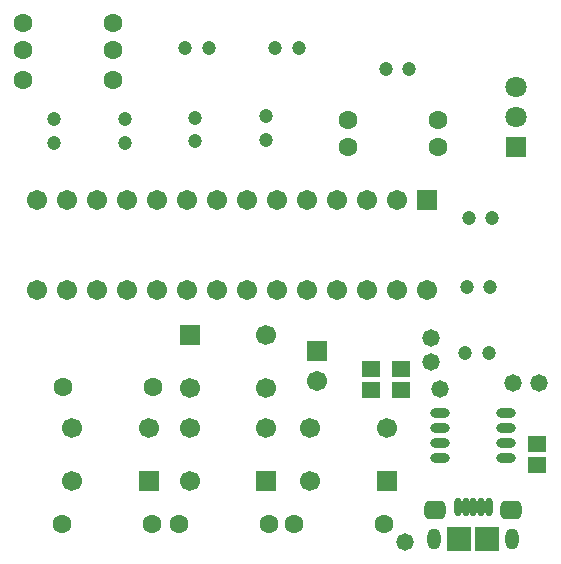
<source format=gts>
G04*
G04 #@! TF.GenerationSoftware,Altium Limited,Altium Designer,20.1.11 (218)*
G04*
G04 Layer_Color=8388736*
%FSLAX25Y25*%
%MOIN*%
G70*
G04*
G04 #@! TF.SameCoordinates,E6333289-3B3F-416E-ACC7-16277D215EEB*
G04*
G04*
G04 #@! TF.FilePolarity,Negative*
G04*
G01*
G75*
%ADD20R,0.06312X0.05524*%
%ADD21O,0.06509X0.03162*%
%ADD22R,0.08280X0.07887*%
G04:AMPARAMS|DCode=23|XSize=70.99mil|YSize=63.12mil|CornerRadius=17.78mil|HoleSize=0mil|Usage=FLASHONLY|Rotation=0.000|XOffset=0mil|YOffset=0mil|HoleType=Round|Shape=RoundedRectangle|*
%AMROUNDEDRECTD23*
21,1,0.07099,0.02756,0,0,0.0*
21,1,0.03543,0.06312,0,0,0.0*
1,1,0.03556,0.01772,-0.01378*
1,1,0.03556,-0.01772,-0.01378*
1,1,0.03556,-0.01772,0.01378*
1,1,0.03556,0.01772,0.01378*
%
%ADD23ROUNDEDRECTD23*%
%ADD24O,0.02375X0.06115*%
%ADD25C,0.04737*%
%ADD26C,0.06312*%
%ADD27R,0.07099X0.07099*%
%ADD28C,0.07099*%
%ADD29C,0.06706*%
%ADD30R,0.06706X0.06706*%
%ADD31C,0.06698*%
%ADD32R,0.06698X0.06698*%
%ADD33O,0.04343X0.07099*%
%ADD34C,0.05800*%
D20*
X464500Y217000D02*
D03*
Y224087D02*
D03*
X419000Y241957D02*
D03*
Y249043D02*
D03*
X409000Y241957D02*
D03*
Y249043D02*
D03*
D21*
X453925Y219500D02*
D03*
Y224500D02*
D03*
Y229500D02*
D03*
Y234500D02*
D03*
X432075Y219500D02*
D03*
Y224500D02*
D03*
Y229500D02*
D03*
Y234500D02*
D03*
D22*
X447874Y192500D02*
D03*
X438425D02*
D03*
D23*
X455748Y202146D02*
D03*
X430551D02*
D03*
D24*
X443150Y203031D02*
D03*
X440590D02*
D03*
X438031D02*
D03*
X448268D02*
D03*
X445709D02*
D03*
D25*
X421874Y349000D02*
D03*
X414000D02*
D03*
X347126Y356000D02*
D03*
X355000D02*
D03*
X377126D02*
D03*
X385000D02*
D03*
X449500Y299500D02*
D03*
X441626D02*
D03*
X303500Y324500D02*
D03*
Y332374D02*
D03*
X374000Y325500D02*
D03*
Y333374D02*
D03*
X350500Y332874D02*
D03*
Y325000D02*
D03*
X327000Y332374D02*
D03*
Y324500D02*
D03*
X441000Y276500D02*
D03*
X448874D02*
D03*
X440500Y254500D02*
D03*
X448374D02*
D03*
D26*
X323000Y364500D02*
D03*
X293000D02*
D03*
X323000Y355500D02*
D03*
X293000D02*
D03*
X401500Y332000D02*
D03*
X431500D02*
D03*
X401500Y323000D02*
D03*
X431500D02*
D03*
X336000Y197500D02*
D03*
X306000D02*
D03*
X375000D02*
D03*
X345000D02*
D03*
X336500Y243000D02*
D03*
X306500D02*
D03*
X413500Y197500D02*
D03*
X383500D02*
D03*
X323000Y345500D02*
D03*
X293000D02*
D03*
D27*
X457500Y323000D02*
D03*
D28*
Y333000D02*
D03*
Y343000D02*
D03*
D29*
X297597Y275500D02*
D03*
X307597D02*
D03*
X317597D02*
D03*
X327597D02*
D03*
X337597D02*
D03*
X347597D02*
D03*
X357597D02*
D03*
X367597D02*
D03*
X377597D02*
D03*
X387597D02*
D03*
X397597D02*
D03*
X407597D02*
D03*
X417597D02*
D03*
X427597D02*
D03*
X297597Y305500D02*
D03*
X307597D02*
D03*
X317597D02*
D03*
X327597D02*
D03*
X337597D02*
D03*
X347597D02*
D03*
X357597D02*
D03*
X367597D02*
D03*
X377597D02*
D03*
X387597D02*
D03*
X397597D02*
D03*
X407597D02*
D03*
X417597D02*
D03*
X391000Y245000D02*
D03*
D30*
X427597Y305500D02*
D03*
X391000Y255000D02*
D03*
D31*
X348630Y242642D02*
D03*
X374220D02*
D03*
Y260358D02*
D03*
X348630Y211642D02*
D03*
Y229358D02*
D03*
X374220D02*
D03*
X388705Y211642D02*
D03*
Y229358D02*
D03*
X414295D02*
D03*
X309335Y211642D02*
D03*
Y229358D02*
D03*
X334925D02*
D03*
D32*
X348630Y260358D02*
D03*
X374220Y211642D02*
D03*
X414295D02*
D03*
X334925D02*
D03*
D33*
X456142Y192500D02*
D03*
X430158D02*
D03*
D34*
X465000Y244500D02*
D03*
X456500D02*
D03*
X429000Y259500D02*
D03*
Y251500D02*
D03*
X432000Y242500D02*
D03*
X420500Y191500D02*
D03*
M02*

</source>
